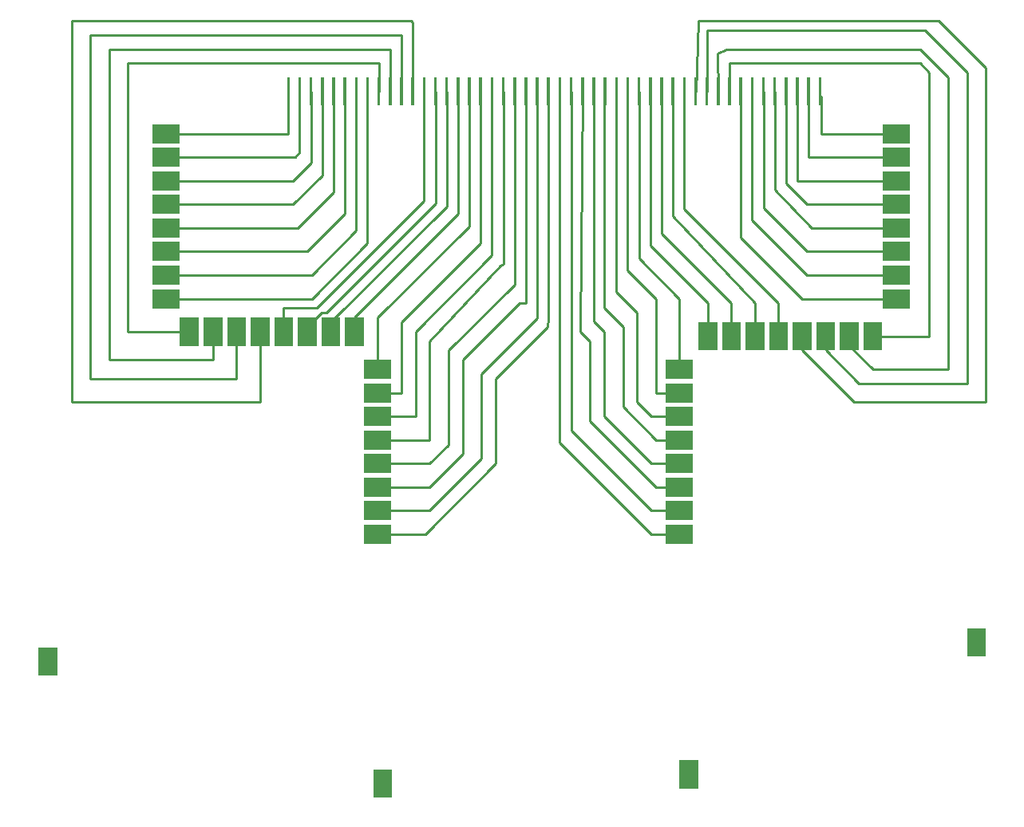
<source format=gtl>
G04 Layer: TopLayer*
G04 EasyEDA v6.4.25, 2022-01-12T17:36:27--7:00*
G04 12c81a346b754f11b05be9c808d69f64,c152627e17c142f38e8cee34c074023c,10*
G04 Gerber Generator version 0.2*
G04 Scale: 100 percent, Rotated: No, Reflected: No *
G04 Dimensions in millimeters *
G04 leading zeros omitted , absolute positions ,4 integer and 5 decimal *
%FSLAX45Y45*%
%MOMM*%

%ADD10C,0.2540*%
%ADD12R,3.0000X2.0000*%

%LPD*%
D10*
X4700000Y-3550000D02*
G01*
X4700000Y-3999999D01*
X3399998Y-3999999D01*
X4820000Y-3550000D02*
G01*
X4820000Y-4199999D01*
X4770000Y-4249999D01*
X3399998Y-4249999D01*
X4940000Y-3550000D02*
G01*
X4940000Y-4310001D01*
X4750003Y-4499998D01*
X3399998Y-4499998D01*
X5060000Y-3550000D02*
G01*
X5060000Y-4440001D01*
X4750003Y-4749998D01*
X3399998Y-4749998D01*
X5179999Y-3550000D02*
G01*
X5179999Y-4620000D01*
X4800000Y-5000000D01*
X3399998Y-5000000D01*
X5299999Y-3550000D02*
G01*
X5299999Y-4850000D01*
X4900000Y-5249999D01*
X3399998Y-5249999D01*
X5419999Y-3550000D02*
G01*
X5419999Y-5030000D01*
X4950000Y-5499999D01*
X3399998Y-5499999D01*
X5539999Y-3550000D02*
G01*
X5539999Y-5160002D01*
X4950002Y-5749998D01*
X3399998Y-5749998D01*
X5660003Y-3550000D02*
G01*
X5660003Y-3250001D01*
X2999999Y-3250001D01*
X2999999Y-6100000D01*
X3650000Y-6100000D01*
X5780001Y-3550000D02*
G01*
X5780001Y-3099998D01*
X2799999Y-3099998D01*
X2799999Y-6399999D01*
X3899999Y-6399999D01*
X3899999Y-6100000D01*
X5900000Y-3550000D02*
G01*
X5900000Y-2949999D01*
X2599999Y-2949999D01*
X2599999Y-6599999D01*
X4149999Y-6599999D01*
X4149999Y-6100000D01*
X4400041Y-6100063D02*
G01*
X4400041Y-6850126D01*
X2400045Y-6850126D01*
X2400045Y-2800095D01*
X5999988Y-2800095D01*
X6020054Y-2819907D01*
X6020054Y-3549904D01*
X6140000Y-3550000D02*
G01*
X6140000Y-4710000D01*
X5000000Y-5850001D01*
X4650000Y-5850001D01*
X4650000Y-6100000D01*
X4900000Y-6100000D02*
G01*
X4900000Y-6050000D01*
X5050000Y-5900000D01*
X5099999Y-5900000D01*
X6260002Y-4739998D01*
X6260002Y-3550000D01*
X6380002Y-3550000D02*
G01*
X6380002Y-4769998D01*
X5149999Y-6000000D01*
X5149999Y-6100000D01*
X5399999Y-6100000D02*
G01*
X5399999Y-5950000D01*
X6500002Y-4849997D01*
X6500002Y-3550000D01*
X6620002Y-3550000D02*
G01*
X6620002Y-4980000D01*
X5650001Y-5950000D01*
X5650001Y-6499999D01*
X6740001Y-3550000D02*
G01*
X6740001Y-5159999D01*
X5900000Y-6000000D01*
X5900000Y-6749999D01*
X5650001Y-6749999D01*
X6860001Y-3550000D02*
G01*
X6860001Y-5289999D01*
X6050000Y-6100000D01*
X6050000Y-7000001D01*
X5650001Y-6999998D01*
X5650001Y-7249998D02*
G01*
X6200000Y-7249998D01*
X6200000Y-6200000D01*
X6950001Y-5399999D01*
X6980001Y-5379999D01*
X6980001Y-3550000D01*
X5650001Y-7500000D02*
G01*
X6200000Y-7500000D01*
X6399999Y-7300000D01*
X6399999Y-6300000D01*
X7100001Y-5599998D01*
X7100001Y-3550000D01*
X7220000Y-3550000D02*
G01*
X7220000Y-5800001D01*
X7149998Y-5800001D01*
X6549999Y-6399999D01*
X6549999Y-7400000D01*
X6200000Y-7749999D01*
X5650001Y-7749999D01*
X7340091Y-3549904D02*
G01*
X7340091Y-5960110D01*
X6750050Y-6549897D01*
X6750050Y-7450073D01*
X6199886Y-7999984D01*
X5649975Y-7999984D01*
X5650001Y-8249998D02*
G01*
X6150002Y-8249998D01*
X6900001Y-7500000D01*
X6900001Y-6599999D01*
X7450000Y-6050000D01*
X7460000Y-5960000D01*
X7460000Y-3550000D01*
X11150000Y-3999999D02*
G01*
X10349999Y-3999999D01*
X10349999Y-3600000D01*
X10220002Y-3550000D02*
G01*
X10220002Y-4249999D01*
X11150000Y-4249999D01*
X10100002Y-3550000D02*
G01*
X10100002Y-4500001D01*
X11150000Y-4499998D01*
X9980002Y-3550000D02*
G01*
X9980002Y-4530003D01*
X10199997Y-4749998D01*
X11150000Y-4749998D01*
X11150091Y-4999989D02*
G01*
X10249915Y-4999989D01*
X9860025Y-4590034D01*
X9860025Y-3549904D01*
X9740003Y-3550000D02*
G01*
X9740003Y-4790003D01*
X10199999Y-5249999D01*
X11150000Y-5249999D01*
X9620003Y-3550000D02*
G01*
X9620003Y-4920002D01*
X10199999Y-5499999D01*
X11150000Y-5499999D01*
X11150000Y-5749998D02*
G01*
X10150000Y-5749998D01*
X9500001Y-5099999D01*
X9500003Y-3550000D01*
X9380001Y-3550000D02*
G01*
X9380001Y-3250001D01*
X11400000Y-3250001D01*
X11499999Y-3350000D01*
X11499999Y-6150000D01*
X10900001Y-6150000D01*
X10650001Y-6150000D02*
G01*
X10650001Y-6250000D01*
X10900001Y-6499999D01*
X11699999Y-6499999D01*
X11699999Y-3399998D01*
X11400000Y-3099998D01*
X9350001Y-3099998D01*
X9249999Y-3150001D01*
X9260001Y-3550000D01*
X9140002Y-3550000D02*
G01*
X9140002Y-2899999D01*
X11449999Y-2899999D01*
X11900001Y-3350000D01*
X11900001Y-6649999D01*
X10750001Y-6649999D01*
X10400002Y-6300000D01*
X10400002Y-6150000D01*
X10150093Y-6150102D02*
G01*
X10150093Y-6299962D01*
X10700004Y-6850126D01*
X12100052Y-6850126D01*
X12100052Y-3299968D01*
X11599925Y-2800095D01*
X9049999Y-2799999D01*
X9020047Y-3549904D01*
X8900002Y-3550000D02*
G01*
X8900002Y-4800003D01*
X9900000Y-5800001D01*
X9900000Y-6150000D01*
X9649968Y-6150102D02*
G01*
X9649968Y-5800089D01*
X8780018Y-4869942D01*
X8780018Y-3549904D01*
X8660002Y-3550000D02*
G01*
X8660002Y-5060002D01*
X9400001Y-5800001D01*
X9400001Y-6150000D01*
X9150002Y-6150000D02*
G01*
X9150002Y-5800001D01*
X8540003Y-5190002D01*
X8540003Y-3550000D01*
X8420000Y-3550000D02*
G01*
X8420000Y-5320002D01*
X8850000Y-5750001D01*
X8850000Y-6499999D01*
X8850000Y-6749999D02*
G01*
X8600000Y-6749999D01*
X8600000Y-5750001D01*
X8300001Y-5449999D01*
X8300001Y-3550000D01*
X8180001Y-3550000D02*
G01*
X8180001Y-5680001D01*
X8400000Y-5900000D01*
X8400000Y-6850001D01*
X8550000Y-7000001D01*
X8850000Y-6999998D01*
X8850000Y-7249998D02*
G01*
X8599998Y-7249998D01*
X8250001Y-6900001D01*
X8250001Y-6050000D01*
X8049999Y-5850001D01*
X8049999Y-3550000D01*
X7940001Y-3550000D02*
G01*
X7940001Y-5990003D01*
X8049999Y-6100000D01*
X8049999Y-6999998D01*
X8550000Y-7500000D01*
X8850000Y-7500000D01*
X8850122Y-7750047D02*
G01*
X8599931Y-7750047D01*
X7899908Y-7050023D01*
X7899908Y-6199886D01*
X7800086Y-6100063D01*
X7819897Y-3549904D01*
X7700002Y-3550000D02*
G01*
X7700002Y-7150000D01*
X8550000Y-7999999D01*
X8850000Y-7999999D01*
X7580002Y-3550000D02*
G01*
X7580002Y-7280003D01*
X8550000Y-8250001D01*
X8850000Y-8249998D01*
G36*
X4684999Y-3400000D02*
G01*
X4715002Y-3400000D01*
X4715002Y-3700000D01*
X4684999Y-3700000D01*
G37*
G36*
X4804999Y-3400000D02*
G01*
X4835001Y-3400000D01*
X4835001Y-3700000D01*
X4804999Y-3700000D01*
G37*
G36*
X4924999Y-3400000D02*
G01*
X4955001Y-3400000D01*
X4955001Y-3700000D01*
X4924999Y-3700000D01*
G37*
G36*
X5044998Y-3400000D02*
G01*
X5075001Y-3400000D01*
X5075001Y-3700000D01*
X5044998Y-3700000D01*
G37*
G36*
X5524997Y-3400000D02*
G01*
X5555000Y-3400000D01*
X5555000Y-3700000D01*
X5524997Y-3700000D01*
G37*
G36*
X5404998Y-3400000D02*
G01*
X5435000Y-3400000D01*
X5435000Y-3700000D01*
X5404998Y-3700000D01*
G37*
G36*
X5284998Y-3400000D02*
G01*
X5315000Y-3400000D01*
X5315000Y-3700000D01*
X5284998Y-3700000D01*
G37*
G36*
X5164998Y-3400000D02*
G01*
X5195001Y-3400000D01*
X5195001Y-3700000D01*
X5164998Y-3700000D01*
G37*
G36*
X6124999Y-3400000D02*
G01*
X6155001Y-3400000D01*
X6155001Y-3700000D01*
X6124999Y-3700000D01*
G37*
G36*
X6245001Y-3400000D02*
G01*
X6275003Y-3400000D01*
X6275003Y-3700000D01*
X6245001Y-3700000D01*
G37*
G36*
X6365001Y-3400000D02*
G01*
X6395003Y-3400000D01*
X6395003Y-3700000D01*
X6365001Y-3700000D01*
G37*
G36*
X6485000Y-3400000D02*
G01*
X6515003Y-3400000D01*
X6515003Y-3700000D01*
X6485000Y-3700000D01*
G37*
G36*
X6004999Y-3400000D02*
G01*
X6035001Y-3400000D01*
X6035001Y-3700000D01*
X6004999Y-3700000D01*
G37*
G36*
X5884999Y-3400000D02*
G01*
X5915002Y-3400000D01*
X5915002Y-3700000D01*
X5884999Y-3700000D01*
G37*
G36*
X5764999Y-3400000D02*
G01*
X5795002Y-3400000D01*
X5795002Y-3700000D01*
X5764999Y-3700000D01*
G37*
G36*
X5645002Y-3400000D02*
G01*
X5675005Y-3400000D01*
X5675005Y-3700000D01*
X5645002Y-3700000D01*
G37*
G36*
X7084999Y-3400000D02*
G01*
X7115002Y-3400000D01*
X7115002Y-3700000D01*
X7084999Y-3700000D01*
G37*
G36*
X7204999Y-3400000D02*
G01*
X7235002Y-3400000D01*
X7235002Y-3700000D01*
X7204999Y-3700000D01*
G37*
G36*
X7324999Y-3400000D02*
G01*
X7355001Y-3400000D01*
X7355001Y-3700000D01*
X7324999Y-3700000D01*
G37*
G36*
X7444999Y-3400000D02*
G01*
X7475001Y-3400000D01*
X7475001Y-3700000D01*
X7444999Y-3700000D01*
G37*
G36*
X6965000Y-3400000D02*
G01*
X6995002Y-3400000D01*
X6995002Y-3700000D01*
X6965000Y-3700000D01*
G37*
G36*
X6845000Y-3400000D02*
G01*
X6875002Y-3400000D01*
X6875002Y-3700000D01*
X6845000Y-3700000D01*
G37*
G36*
X6725000Y-3400000D02*
G01*
X6755002Y-3400000D01*
X6755002Y-3700000D01*
X6725000Y-3700000D01*
G37*
G36*
X6605000Y-3400000D02*
G01*
X6635003Y-3400000D01*
X6635003Y-3700000D01*
X6605000Y-3700000D01*
G37*
G36*
X8045000Y-3400000D02*
G01*
X8075002Y-3400000D01*
X8075002Y-3700000D01*
X8045000Y-3700000D01*
G37*
G36*
X8165000Y-3400000D02*
G01*
X8195002Y-3400000D01*
X8195002Y-3700000D01*
X8165000Y-3700000D01*
G37*
G36*
X8284999Y-3400000D02*
G01*
X8315002Y-3400000D01*
X8315002Y-3700000D01*
X8284999Y-3700000D01*
G37*
G36*
X8404999Y-3400000D02*
G01*
X8435002Y-3400000D01*
X8435002Y-3700000D01*
X8404999Y-3700000D01*
G37*
G36*
X7925000Y-3400000D02*
G01*
X7955003Y-3400000D01*
X7955003Y-3700000D01*
X7925000Y-3700000D01*
G37*
G36*
X7805000Y-3400000D02*
G01*
X7835003Y-3400000D01*
X7835003Y-3700000D01*
X7805000Y-3700000D01*
G37*
G36*
X7685001Y-3400000D02*
G01*
X7715003Y-3400000D01*
X7715003Y-3700000D01*
X7685001Y-3700000D01*
G37*
G36*
X7565001Y-3400000D02*
G01*
X7595003Y-3400000D01*
X7595003Y-3700000D01*
X7565001Y-3700000D01*
G37*
G36*
X9005001Y-3400000D02*
G01*
X9035003Y-3400000D01*
X9035003Y-3700000D01*
X9005001Y-3700000D01*
G37*
G36*
X9125000Y-3400000D02*
G01*
X9155003Y-3400000D01*
X9155003Y-3700000D01*
X9125000Y-3700000D01*
G37*
G36*
X9245000Y-3400000D02*
G01*
X9275003Y-3400000D01*
X9275003Y-3700000D01*
X9245000Y-3700000D01*
G37*
G36*
X9365000Y-3400000D02*
G01*
X9395002Y-3400000D01*
X9395002Y-3700000D01*
X9365000Y-3700000D01*
G37*
G36*
X8885001Y-3400000D02*
G01*
X8915003Y-3400000D01*
X8915003Y-3700000D01*
X8885001Y-3700000D01*
G37*
G36*
X8765001Y-3400000D02*
G01*
X8795004Y-3400000D01*
X8795004Y-3700000D01*
X8765001Y-3700000D01*
G37*
G36*
X8645001Y-3400000D02*
G01*
X8675004Y-3400000D01*
X8675004Y-3700000D01*
X8645001Y-3700000D01*
G37*
G36*
X8525002Y-3400000D02*
G01*
X8555004Y-3400000D01*
X8555004Y-3700000D01*
X8525002Y-3700000D01*
G37*
G36*
X9965001Y-3400000D02*
G01*
X9995004Y-3400000D01*
X9995004Y-3700000D01*
X9965001Y-3700000D01*
G37*
G36*
X10085001Y-3400000D02*
G01*
X10115003Y-3400000D01*
X10115003Y-3700000D01*
X10085001Y-3700000D01*
G37*
G36*
X10205001Y-3400000D02*
G01*
X10235003Y-3400000D01*
X10235003Y-3700000D01*
X10205001Y-3700000D01*
G37*
G36*
X10325000Y-3400000D02*
G01*
X10355003Y-3400000D01*
X10355003Y-3700000D01*
X10325000Y-3700000D01*
G37*
G36*
X9845001Y-3400000D02*
G01*
X9875004Y-3400000D01*
X9875004Y-3700000D01*
X9845001Y-3700000D01*
G37*
G36*
X9725002Y-3400000D02*
G01*
X9755004Y-3400000D01*
X9755004Y-3700000D01*
X9725002Y-3700000D01*
G37*
G36*
X9605002Y-3400000D02*
G01*
X9635004Y-3400000D01*
X9635004Y-3700000D01*
X9605002Y-3700000D01*
G37*
G36*
X9485002Y-3400000D02*
G01*
X9515005Y-3400000D01*
X9515005Y-3700000D01*
X9485002Y-3700000D01*
G37*
D12*
G01*
X11149990Y-3999992D03*
G01*
X11149990Y-4250004D03*
G01*
X11149990Y-4499990D03*
G01*
X11149990Y-4750003D03*
G01*
X11149990Y-4999989D03*
G01*
X11149990Y-5250002D03*
G01*
X11149990Y-5499988D03*
G01*
X11149990Y-5750001D03*
G36*
X10800001Y-6000000D02*
G01*
X11000000Y-6000000D01*
X11000000Y-6300000D01*
X10800001Y-6300000D01*
G37*
G36*
X10550001Y-6000000D02*
G01*
X10750001Y-6000000D01*
X10750001Y-6300000D01*
X10550001Y-6300000D01*
G37*
G36*
X10300002Y-6000000D02*
G01*
X10500001Y-6000000D01*
X10500001Y-6300000D01*
X10300002Y-6300000D01*
G37*
G36*
X10050002Y-6000000D02*
G01*
X10250002Y-6000000D01*
X10250002Y-6300000D01*
X10050002Y-6300000D01*
G37*
G36*
X9800000Y-6000000D02*
G01*
X10000000Y-6000000D01*
X10000000Y-6300000D01*
X9800000Y-6300000D01*
G37*
G36*
X9550001Y-6000000D02*
G01*
X9750000Y-6000000D01*
X9750000Y-6300000D01*
X9550001Y-6300000D01*
G37*
G36*
X9300001Y-6000000D02*
G01*
X9500001Y-6000000D01*
X9500001Y-6300000D01*
X9300001Y-6300000D01*
G37*
G36*
X9050002Y-6000000D02*
G01*
X9250001Y-6000000D01*
X9250001Y-6300000D01*
X9050002Y-6300000D01*
G37*
G01*
X8849995Y-6500012D03*
G01*
X8849995Y-6749999D03*
G01*
X8849995Y-7000011D03*
G01*
X8849995Y-7249998D03*
G01*
X8849995Y-7500010D03*
G01*
X8849995Y-7749997D03*
G01*
X8849995Y-8000009D03*
G01*
X8849995Y-8249996D03*
G01*
X5650001Y-8249996D03*
G01*
X5650001Y-8000009D03*
G01*
X5650001Y-7749997D03*
G01*
X5650001Y-7500010D03*
G01*
X5650001Y-7249998D03*
G01*
X5650001Y-7000011D03*
G01*
X5650001Y-6749999D03*
G01*
X5650001Y-6500012D03*
G36*
X5299999Y-5950000D02*
G01*
X5499999Y-5950000D01*
X5499999Y-6250000D01*
X5299999Y-6250000D01*
G37*
G36*
X5050000Y-5950000D02*
G01*
X5249999Y-5950000D01*
X5249999Y-6250000D01*
X5050000Y-6250000D01*
G37*
G36*
X4800000Y-5950000D02*
G01*
X5000000Y-5950000D01*
X5000000Y-6250000D01*
X4800000Y-6250000D01*
G37*
G36*
X4550001Y-5950000D02*
G01*
X4750000Y-5950000D01*
X4750000Y-6250000D01*
X4550001Y-6250000D01*
G37*
G36*
X4299999Y-5950000D02*
G01*
X4499998Y-5950000D01*
X4499998Y-6250000D01*
X4299999Y-6250000D01*
G37*
G36*
X4049999Y-5950000D02*
G01*
X4249999Y-5950000D01*
X4249999Y-6250000D01*
X4049999Y-6250000D01*
G37*
G36*
X3800000Y-5950000D02*
G01*
X3999999Y-5950000D01*
X3999999Y-6250000D01*
X3800000Y-6250000D01*
G37*
G36*
X3550000Y-5950000D02*
G01*
X3750000Y-5950000D01*
X3750000Y-6250000D01*
X3550000Y-6250000D01*
G37*
G01*
X3399993Y-5750001D03*
G01*
X3399993Y-5499988D03*
G01*
X3399993Y-5250002D03*
G01*
X3399993Y-4999989D03*
G01*
X3399993Y-4750003D03*
G01*
X3399993Y-4499990D03*
G01*
X3399993Y-4250004D03*
G01*
X3399993Y-3999992D03*
G36*
X8850000Y-10650001D02*
G01*
X9049999Y-10650001D01*
X9049999Y-10950000D01*
X8850000Y-10950000D01*
G37*
G36*
X5600001Y-10750001D02*
G01*
X5800001Y-10750001D01*
X5800001Y-11050000D01*
X5600001Y-11050000D01*
G37*
G36*
X11900001Y-9250001D02*
G01*
X12100001Y-9250001D01*
X12100001Y-9550001D01*
X11900001Y-9550001D01*
G37*
G36*
X2050000Y-9450001D02*
G01*
X2250000Y-9450001D01*
X2250000Y-9750000D01*
X2050000Y-9750000D01*
G37*
M02*

</source>
